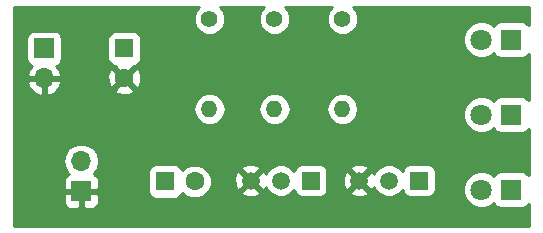
<source format=gbr>
G04 #@! TF.GenerationSoftware,KiCad,Pcbnew,(5.0.2)-1*
G04 #@! TF.CreationDate,2019-04-22T20:12:10-05:00*
G04 #@! TF.ProjectId,luz_audioritmica,6c757a5f-6175-4646-996f-7269746d6963,rev?*
G04 #@! TF.SameCoordinates,PX70bf868PY6c4a2b0*
G04 #@! TF.FileFunction,Copper,L1,Top*
G04 #@! TF.FilePolarity,Positive*
%FSLAX46Y46*%
G04 Gerber Fmt 4.6, Leading zero omitted, Abs format (unit mm)*
G04 Created by KiCad (PCBNEW (5.0.2)-1) date 4/22/2019 8:12:10 PM*
%MOMM*%
%LPD*%
G01*
G04 APERTURE LIST*
G04 #@! TA.AperFunction,ComponentPad*
%ADD10O,1.700000X1.700000*%
G04 #@! TD*
G04 #@! TA.AperFunction,ComponentPad*
%ADD11R,1.700000X1.700000*%
G04 #@! TD*
G04 #@! TA.AperFunction,ComponentPad*
%ADD12R,1.600000X1.600000*%
G04 #@! TD*
G04 #@! TA.AperFunction,ComponentPad*
%ADD13C,1.600000*%
G04 #@! TD*
G04 #@! TA.AperFunction,ComponentPad*
%ADD14R,1.800000X1.800000*%
G04 #@! TD*
G04 #@! TA.AperFunction,ComponentPad*
%ADD15C,1.800000*%
G04 #@! TD*
G04 #@! TA.AperFunction,ComponentPad*
%ADD16C,1.500000*%
G04 #@! TD*
G04 #@! TA.AperFunction,ComponentPad*
%ADD17R,1.500000X1.500000*%
G04 #@! TD*
G04 #@! TA.AperFunction,ComponentPad*
%ADD18C,1.400000*%
G04 #@! TD*
G04 #@! TA.AperFunction,ComponentPad*
%ADD19O,1.400000X1.400000*%
G04 #@! TD*
G04 #@! TA.AperFunction,Conductor*
%ADD20C,0.254000*%
G04 #@! TD*
G04 APERTURE END LIST*
D10*
G04 #@! TO.P,~,2*
G04 #@! TO.N,GNDREF*
X3250000Y13220000D03*
D11*
G04 #@! TO.P,~,1*
G04 #@! TO.N,VCC*
X3250000Y15760000D03*
G04 #@! TD*
D12*
G04 #@! TO.P,C1,1*
G04 #@! TO.N,Net-(C1-Pad1)*
X13500000Y4500000D03*
D13*
G04 #@! TO.P,C1,2*
G04 #@! TO.N,Net-(C1-Pad2)*
X16000000Y4500000D03*
G04 #@! TD*
D12*
G04 #@! TO.P,C2,1*
G04 #@! TO.N,VCC*
X10045000Y15760000D03*
D13*
G04 #@! TO.P,C2,2*
G04 #@! TO.N,GNDREF*
X10045000Y13260000D03*
G04 #@! TD*
D14*
G04 #@! TO.P,~,1*
G04 #@! TO.N,Net-(D1-Pad1)*
X42800000Y3810000D03*
D15*
G04 #@! TO.P,~,2*
G04 #@! TO.N,VCC*
X40260000Y3810000D03*
G04 #@! TD*
G04 #@! TO.P,~,2*
G04 #@! TO.N,VCC*
X40260000Y10160000D03*
D14*
G04 #@! TO.P,~,1*
G04 #@! TO.N,Net-(D1-Pad1)*
X42800000Y10160000D03*
G04 #@! TD*
G04 #@! TO.P,~,1*
G04 #@! TO.N,Net-(D1-Pad1)*
X42800000Y16510000D03*
D15*
G04 #@! TO.P,~,2*
G04 #@! TO.N,VCC*
X40260000Y16510000D03*
G04 #@! TD*
D11*
G04 #@! TO.P,M1,1*
G04 #@! TO.N,GNDREF*
X6382000Y3683000D03*
D10*
G04 #@! TO.P,M1,2*
G04 #@! TO.N,Net-(C1-Pad1)*
X6382000Y6223000D03*
G04 #@! TD*
D16*
G04 #@! TO.P,Q1,2*
G04 #@! TO.N,Net-(C1-Pad2)*
X23285000Y4580000D03*
G04 #@! TO.P,Q1,3*
G04 #@! TO.N,GNDREF*
X20745000Y4580000D03*
D17*
G04 #@! TO.P,Q1,1*
G04 #@! TO.N,Net-(Q1-Pad1)*
X25825000Y4580000D03*
G04 #@! TD*
G04 #@! TO.P,Q2,1*
G04 #@! TO.N,Net-(D1-Pad1)*
X35000000Y4580000D03*
D16*
G04 #@! TO.P,Q2,3*
G04 #@! TO.N,GNDREF*
X29920000Y4580000D03*
G04 #@! TO.P,Q2,2*
G04 #@! TO.N,Net-(Q1-Pad1)*
X32460000Y4580000D03*
G04 #@! TD*
D18*
G04 #@! TO.P,R1,1*
G04 #@! TO.N,VCC*
X17250000Y18250000D03*
D19*
G04 #@! TO.P,R1,2*
G04 #@! TO.N,Net-(C1-Pad1)*
X17250000Y10630000D03*
G04 #@! TD*
D18*
G04 #@! TO.P,R2,1*
G04 #@! TO.N,VCC*
X22750000Y18250000D03*
D19*
G04 #@! TO.P,R2,2*
G04 #@! TO.N,Net-(C1-Pad2)*
X22750000Y10630000D03*
G04 #@! TD*
G04 #@! TO.P,R3,2*
G04 #@! TO.N,Net-(Q1-Pad1)*
X28500000Y10630000D03*
D18*
G04 #@! TO.P,R3,1*
G04 #@! TO.N,VCC*
X28500000Y18250000D03*
G04 #@! TD*
D20*
G04 #@! TO.N,GNDREF*
G36*
X16118242Y19006217D02*
X15915000Y18515548D01*
X15915000Y17984452D01*
X16118242Y17493783D01*
X16493783Y17118242D01*
X16984452Y16915000D01*
X17515548Y16915000D01*
X18006217Y17118242D01*
X18381758Y17493783D01*
X18585000Y17984452D01*
X18585000Y18515548D01*
X18381758Y19006217D01*
X18122975Y19265000D01*
X21877025Y19265000D01*
X21618242Y19006217D01*
X21415000Y18515548D01*
X21415000Y17984452D01*
X21618242Y17493783D01*
X21993783Y17118242D01*
X22484452Y16915000D01*
X23015548Y16915000D01*
X23506217Y17118242D01*
X23881758Y17493783D01*
X24085000Y17984452D01*
X24085000Y18515548D01*
X23881758Y19006217D01*
X23622975Y19265000D01*
X27627025Y19265000D01*
X27368242Y19006217D01*
X27165000Y18515548D01*
X27165000Y17984452D01*
X27368242Y17493783D01*
X27743783Y17118242D01*
X28234452Y16915000D01*
X28765548Y16915000D01*
X29256217Y17118242D01*
X29631758Y17493783D01*
X29835000Y17984452D01*
X29835000Y18515548D01*
X29631758Y19006217D01*
X29372975Y19265000D01*
X44265000Y19265000D01*
X44265000Y17707387D01*
X44157809Y17867809D01*
X43947765Y18008157D01*
X43700000Y18057440D01*
X41900000Y18057440D01*
X41652235Y18008157D01*
X41442191Y17867809D01*
X41301843Y17657765D01*
X41298725Y17642092D01*
X41129507Y17811310D01*
X40565330Y18045000D01*
X39954670Y18045000D01*
X39390493Y17811310D01*
X38958690Y17379507D01*
X38725000Y16815330D01*
X38725000Y16204670D01*
X38958690Y15640493D01*
X39390493Y15208690D01*
X39954670Y14975000D01*
X40565330Y14975000D01*
X41129507Y15208690D01*
X41298725Y15377908D01*
X41301843Y15362235D01*
X41442191Y15152191D01*
X41652235Y15011843D01*
X41900000Y14962560D01*
X43700000Y14962560D01*
X43947765Y15011843D01*
X44157809Y15152191D01*
X44265000Y15312613D01*
X44265000Y11357387D01*
X44157809Y11517809D01*
X43947765Y11658157D01*
X43700000Y11707440D01*
X41900000Y11707440D01*
X41652235Y11658157D01*
X41442191Y11517809D01*
X41301843Y11307765D01*
X41298725Y11292092D01*
X41129507Y11461310D01*
X40565330Y11695000D01*
X39954670Y11695000D01*
X39390493Y11461310D01*
X38958690Y11029507D01*
X38725000Y10465330D01*
X38725000Y9854670D01*
X38958690Y9290493D01*
X39390493Y8858690D01*
X39954670Y8625000D01*
X40565330Y8625000D01*
X41129507Y8858690D01*
X41298725Y9027908D01*
X41301843Y9012235D01*
X41442191Y8802191D01*
X41652235Y8661843D01*
X41900000Y8612560D01*
X43700000Y8612560D01*
X43947765Y8661843D01*
X44157809Y8802191D01*
X44265001Y8962613D01*
X44265001Y5007386D01*
X44157809Y5167809D01*
X43947765Y5308157D01*
X43700000Y5357440D01*
X41900000Y5357440D01*
X41652235Y5308157D01*
X41442191Y5167809D01*
X41301843Y4957765D01*
X41298725Y4942092D01*
X41129507Y5111310D01*
X40565330Y5345000D01*
X39954670Y5345000D01*
X39390493Y5111310D01*
X38958690Y4679507D01*
X38725000Y4115330D01*
X38725000Y3504670D01*
X38958690Y2940493D01*
X39390493Y2508690D01*
X39954670Y2275000D01*
X40565330Y2275000D01*
X41129507Y2508690D01*
X41298725Y2677908D01*
X41301843Y2662235D01*
X41442191Y2452191D01*
X41652235Y2311843D01*
X41900000Y2262560D01*
X43700000Y2262560D01*
X43947765Y2311843D01*
X44157809Y2452191D01*
X44265001Y2612614D01*
X44265001Y735000D01*
X735000Y735000D01*
X735000Y3397250D01*
X4897000Y3397250D01*
X4897000Y2706690D01*
X4993673Y2473301D01*
X5172302Y2294673D01*
X5405691Y2198000D01*
X6096250Y2198000D01*
X6255000Y2356750D01*
X6255000Y3556000D01*
X6509000Y3556000D01*
X6509000Y2356750D01*
X6667750Y2198000D01*
X7358309Y2198000D01*
X7591698Y2294673D01*
X7770327Y2473301D01*
X7867000Y2706690D01*
X7867000Y3397250D01*
X7708250Y3556000D01*
X6509000Y3556000D01*
X6255000Y3556000D01*
X5055750Y3556000D01*
X4897000Y3397250D01*
X735000Y3397250D01*
X735000Y6223000D01*
X4867908Y6223000D01*
X4983161Y5643582D01*
X5311375Y5152375D01*
X5333033Y5137904D01*
X5172302Y5071327D01*
X4993673Y4892699D01*
X4897000Y4659310D01*
X4897000Y3968750D01*
X5055750Y3810000D01*
X6255000Y3810000D01*
X6255000Y3830000D01*
X6509000Y3830000D01*
X6509000Y3810000D01*
X7708250Y3810000D01*
X7867000Y3968750D01*
X7867000Y4659310D01*
X7770327Y4892699D01*
X7591698Y5071327D01*
X7430967Y5137904D01*
X7452625Y5152375D01*
X7551264Y5300000D01*
X12052560Y5300000D01*
X12052560Y3700000D01*
X12101843Y3452235D01*
X12242191Y3242191D01*
X12452235Y3101843D01*
X12700000Y3052560D01*
X14300000Y3052560D01*
X14547765Y3101843D01*
X14757809Y3242191D01*
X14898157Y3452235D01*
X14918101Y3552503D01*
X15187138Y3283466D01*
X15714561Y3065000D01*
X16285439Y3065000D01*
X16812862Y3283466D01*
X17137879Y3608483D01*
X19953088Y3608483D01*
X20021077Y3367540D01*
X20540171Y3182799D01*
X21090448Y3210770D01*
X21468923Y3367540D01*
X21536912Y3608483D01*
X20745000Y4400395D01*
X19953088Y3608483D01*
X17137879Y3608483D01*
X17216534Y3687138D01*
X17435000Y4214561D01*
X17435000Y4784829D01*
X19347799Y4784829D01*
X19375770Y4234552D01*
X19532540Y3856077D01*
X19773483Y3788088D01*
X20565395Y4580000D01*
X20924605Y4580000D01*
X21716517Y3788088D01*
X21957460Y3856077D01*
X22016745Y4022658D01*
X22110853Y3795460D01*
X22500460Y3405853D01*
X23009506Y3195000D01*
X23560494Y3195000D01*
X24069540Y3405853D01*
X24438531Y3774844D01*
X24476843Y3582235D01*
X24617191Y3372191D01*
X24827235Y3231843D01*
X25075000Y3182560D01*
X26575000Y3182560D01*
X26822765Y3231843D01*
X27032809Y3372191D01*
X27173157Y3582235D01*
X27178377Y3608483D01*
X29128088Y3608483D01*
X29196077Y3367540D01*
X29715171Y3182799D01*
X30265448Y3210770D01*
X30643923Y3367540D01*
X30711912Y3608483D01*
X29920000Y4400395D01*
X29128088Y3608483D01*
X27178377Y3608483D01*
X27222440Y3830000D01*
X27222440Y4784829D01*
X28522799Y4784829D01*
X28550770Y4234552D01*
X28707540Y3856077D01*
X28948483Y3788088D01*
X29740395Y4580000D01*
X30099605Y4580000D01*
X30891517Y3788088D01*
X31132460Y3856077D01*
X31191745Y4022658D01*
X31285853Y3795460D01*
X31675460Y3405853D01*
X32184506Y3195000D01*
X32735494Y3195000D01*
X33244540Y3405853D01*
X33613531Y3774844D01*
X33651843Y3582235D01*
X33792191Y3372191D01*
X34002235Y3231843D01*
X34250000Y3182560D01*
X35750000Y3182560D01*
X35997765Y3231843D01*
X36207809Y3372191D01*
X36348157Y3582235D01*
X36397440Y3830000D01*
X36397440Y5330000D01*
X36348157Y5577765D01*
X36207809Y5787809D01*
X35997765Y5928157D01*
X35750000Y5977440D01*
X34250000Y5977440D01*
X34002235Y5928157D01*
X33792191Y5787809D01*
X33651843Y5577765D01*
X33613531Y5385156D01*
X33244540Y5754147D01*
X32735494Y5965000D01*
X32184506Y5965000D01*
X31675460Y5754147D01*
X31285853Y5364540D01*
X31196603Y5149070D01*
X31132460Y5303923D01*
X30891517Y5371912D01*
X30099605Y4580000D01*
X29740395Y4580000D01*
X28948483Y5371912D01*
X28707540Y5303923D01*
X28522799Y4784829D01*
X27222440Y4784829D01*
X27222440Y5330000D01*
X27178378Y5551517D01*
X29128088Y5551517D01*
X29920000Y4759605D01*
X30711912Y5551517D01*
X30643923Y5792460D01*
X30124829Y5977201D01*
X29574552Y5949230D01*
X29196077Y5792460D01*
X29128088Y5551517D01*
X27178378Y5551517D01*
X27173157Y5577765D01*
X27032809Y5787809D01*
X26822765Y5928157D01*
X26575000Y5977440D01*
X25075000Y5977440D01*
X24827235Y5928157D01*
X24617191Y5787809D01*
X24476843Y5577765D01*
X24438531Y5385156D01*
X24069540Y5754147D01*
X23560494Y5965000D01*
X23009506Y5965000D01*
X22500460Y5754147D01*
X22110853Y5364540D01*
X22021603Y5149070D01*
X21957460Y5303923D01*
X21716517Y5371912D01*
X20924605Y4580000D01*
X20565395Y4580000D01*
X19773483Y5371912D01*
X19532540Y5303923D01*
X19347799Y4784829D01*
X17435000Y4784829D01*
X17435000Y4785439D01*
X17216534Y5312862D01*
X16977879Y5551517D01*
X19953088Y5551517D01*
X20745000Y4759605D01*
X21536912Y5551517D01*
X21468923Y5792460D01*
X20949829Y5977201D01*
X20399552Y5949230D01*
X20021077Y5792460D01*
X19953088Y5551517D01*
X16977879Y5551517D01*
X16812862Y5716534D01*
X16285439Y5935000D01*
X15714561Y5935000D01*
X15187138Y5716534D01*
X14918101Y5447497D01*
X14898157Y5547765D01*
X14757809Y5757809D01*
X14547765Y5898157D01*
X14300000Y5947440D01*
X12700000Y5947440D01*
X12452235Y5898157D01*
X12242191Y5757809D01*
X12101843Y5547765D01*
X12052560Y5300000D01*
X7551264Y5300000D01*
X7780839Y5643582D01*
X7896092Y6223000D01*
X7780839Y6802418D01*
X7452625Y7293625D01*
X6961418Y7621839D01*
X6528256Y7708000D01*
X6235744Y7708000D01*
X5802582Y7621839D01*
X5311375Y7293625D01*
X4983161Y6802418D01*
X4867908Y6223000D01*
X735000Y6223000D01*
X735000Y10630000D01*
X15888846Y10630000D01*
X15992458Y10109109D01*
X16287519Y9667519D01*
X16729109Y9372458D01*
X17118515Y9295000D01*
X17381485Y9295000D01*
X17770891Y9372458D01*
X18212481Y9667519D01*
X18507542Y10109109D01*
X18611154Y10630000D01*
X21388846Y10630000D01*
X21492458Y10109109D01*
X21787519Y9667519D01*
X22229109Y9372458D01*
X22618515Y9295000D01*
X22881485Y9295000D01*
X23270891Y9372458D01*
X23712481Y9667519D01*
X24007542Y10109109D01*
X24111154Y10630000D01*
X27138846Y10630000D01*
X27242458Y10109109D01*
X27537519Y9667519D01*
X27979109Y9372458D01*
X28368515Y9295000D01*
X28631485Y9295000D01*
X29020891Y9372458D01*
X29462481Y9667519D01*
X29757542Y10109109D01*
X29861154Y10630000D01*
X29757542Y11150891D01*
X29462481Y11592481D01*
X29020891Y11887542D01*
X28631485Y11965000D01*
X28368515Y11965000D01*
X27979109Y11887542D01*
X27537519Y11592481D01*
X27242458Y11150891D01*
X27138846Y10630000D01*
X24111154Y10630000D01*
X24007542Y11150891D01*
X23712481Y11592481D01*
X23270891Y11887542D01*
X22881485Y11965000D01*
X22618515Y11965000D01*
X22229109Y11887542D01*
X21787519Y11592481D01*
X21492458Y11150891D01*
X21388846Y10630000D01*
X18611154Y10630000D01*
X18507542Y11150891D01*
X18212481Y11592481D01*
X17770891Y11887542D01*
X17381485Y11965000D01*
X17118515Y11965000D01*
X16729109Y11887542D01*
X16287519Y11592481D01*
X15992458Y11150891D01*
X15888846Y10630000D01*
X735000Y10630000D01*
X735000Y12863110D01*
X1808524Y12863110D01*
X1978355Y12453076D01*
X2368642Y12024817D01*
X2893108Y11778514D01*
X3123000Y11899181D01*
X3123000Y13093000D01*
X3377000Y13093000D01*
X3377000Y11899181D01*
X3606892Y11778514D01*
X4131358Y12024817D01*
X4338629Y12252255D01*
X9216861Y12252255D01*
X9290995Y12006136D01*
X9828223Y11813035D01*
X10398454Y11840222D01*
X10799005Y12006136D01*
X10873139Y12252255D01*
X10045000Y13080395D01*
X9216861Y12252255D01*
X4338629Y12252255D01*
X4521645Y12453076D01*
X4691476Y12863110D01*
X4570155Y13093000D01*
X3377000Y13093000D01*
X3123000Y13093000D01*
X1929845Y13093000D01*
X1808524Y12863110D01*
X735000Y12863110D01*
X735000Y16610000D01*
X1752560Y16610000D01*
X1752560Y14910000D01*
X1801843Y14662235D01*
X1942191Y14452191D01*
X2152235Y14311843D01*
X2255708Y14291261D01*
X1978355Y13986924D01*
X1808524Y13576890D01*
X1929845Y13347000D01*
X3123000Y13347000D01*
X3123000Y13367000D01*
X3377000Y13367000D01*
X3377000Y13347000D01*
X4570155Y13347000D01*
X4638642Y13476777D01*
X8598035Y13476777D01*
X8625222Y12906546D01*
X8791136Y12505995D01*
X9037255Y12431861D01*
X9865395Y13260000D01*
X10224605Y13260000D01*
X11052745Y12431861D01*
X11298864Y12505995D01*
X11491965Y13043223D01*
X11464778Y13613454D01*
X11298864Y14014005D01*
X11052745Y14088139D01*
X10224605Y13260000D01*
X9865395Y13260000D01*
X9037255Y14088139D01*
X8791136Y14014005D01*
X8598035Y13476777D01*
X4638642Y13476777D01*
X4691476Y13576890D01*
X4521645Y13986924D01*
X4244292Y14291261D01*
X4347765Y14311843D01*
X4557809Y14452191D01*
X4698157Y14662235D01*
X4747440Y14910000D01*
X4747440Y16560000D01*
X8597560Y16560000D01*
X8597560Y14960000D01*
X8646843Y14712235D01*
X8787191Y14502191D01*
X8997235Y14361843D01*
X9231187Y14315307D01*
X9216861Y14267745D01*
X10045000Y13439605D01*
X10873139Y14267745D01*
X10858813Y14315307D01*
X11092765Y14361843D01*
X11302809Y14502191D01*
X11443157Y14712235D01*
X11492440Y14960000D01*
X11492440Y16560000D01*
X11443157Y16807765D01*
X11302809Y17017809D01*
X11092765Y17158157D01*
X10845000Y17207440D01*
X9245000Y17207440D01*
X8997235Y17158157D01*
X8787191Y17017809D01*
X8646843Y16807765D01*
X8597560Y16560000D01*
X4747440Y16560000D01*
X4747440Y16610000D01*
X4698157Y16857765D01*
X4557809Y17067809D01*
X4347765Y17208157D01*
X4100000Y17257440D01*
X2400000Y17257440D01*
X2152235Y17208157D01*
X1942191Y17067809D01*
X1801843Y16857765D01*
X1752560Y16610000D01*
X735000Y16610000D01*
X735000Y19265000D01*
X16377025Y19265000D01*
X16118242Y19006217D01*
X16118242Y19006217D01*
G37*
X16118242Y19006217D02*
X15915000Y18515548D01*
X15915000Y17984452D01*
X16118242Y17493783D01*
X16493783Y17118242D01*
X16984452Y16915000D01*
X17515548Y16915000D01*
X18006217Y17118242D01*
X18381758Y17493783D01*
X18585000Y17984452D01*
X18585000Y18515548D01*
X18381758Y19006217D01*
X18122975Y19265000D01*
X21877025Y19265000D01*
X21618242Y19006217D01*
X21415000Y18515548D01*
X21415000Y17984452D01*
X21618242Y17493783D01*
X21993783Y17118242D01*
X22484452Y16915000D01*
X23015548Y16915000D01*
X23506217Y17118242D01*
X23881758Y17493783D01*
X24085000Y17984452D01*
X24085000Y18515548D01*
X23881758Y19006217D01*
X23622975Y19265000D01*
X27627025Y19265000D01*
X27368242Y19006217D01*
X27165000Y18515548D01*
X27165000Y17984452D01*
X27368242Y17493783D01*
X27743783Y17118242D01*
X28234452Y16915000D01*
X28765548Y16915000D01*
X29256217Y17118242D01*
X29631758Y17493783D01*
X29835000Y17984452D01*
X29835000Y18515548D01*
X29631758Y19006217D01*
X29372975Y19265000D01*
X44265000Y19265000D01*
X44265000Y17707387D01*
X44157809Y17867809D01*
X43947765Y18008157D01*
X43700000Y18057440D01*
X41900000Y18057440D01*
X41652235Y18008157D01*
X41442191Y17867809D01*
X41301843Y17657765D01*
X41298725Y17642092D01*
X41129507Y17811310D01*
X40565330Y18045000D01*
X39954670Y18045000D01*
X39390493Y17811310D01*
X38958690Y17379507D01*
X38725000Y16815330D01*
X38725000Y16204670D01*
X38958690Y15640493D01*
X39390493Y15208690D01*
X39954670Y14975000D01*
X40565330Y14975000D01*
X41129507Y15208690D01*
X41298725Y15377908D01*
X41301843Y15362235D01*
X41442191Y15152191D01*
X41652235Y15011843D01*
X41900000Y14962560D01*
X43700000Y14962560D01*
X43947765Y15011843D01*
X44157809Y15152191D01*
X44265000Y15312613D01*
X44265000Y11357387D01*
X44157809Y11517809D01*
X43947765Y11658157D01*
X43700000Y11707440D01*
X41900000Y11707440D01*
X41652235Y11658157D01*
X41442191Y11517809D01*
X41301843Y11307765D01*
X41298725Y11292092D01*
X41129507Y11461310D01*
X40565330Y11695000D01*
X39954670Y11695000D01*
X39390493Y11461310D01*
X38958690Y11029507D01*
X38725000Y10465330D01*
X38725000Y9854670D01*
X38958690Y9290493D01*
X39390493Y8858690D01*
X39954670Y8625000D01*
X40565330Y8625000D01*
X41129507Y8858690D01*
X41298725Y9027908D01*
X41301843Y9012235D01*
X41442191Y8802191D01*
X41652235Y8661843D01*
X41900000Y8612560D01*
X43700000Y8612560D01*
X43947765Y8661843D01*
X44157809Y8802191D01*
X44265001Y8962613D01*
X44265001Y5007386D01*
X44157809Y5167809D01*
X43947765Y5308157D01*
X43700000Y5357440D01*
X41900000Y5357440D01*
X41652235Y5308157D01*
X41442191Y5167809D01*
X41301843Y4957765D01*
X41298725Y4942092D01*
X41129507Y5111310D01*
X40565330Y5345000D01*
X39954670Y5345000D01*
X39390493Y5111310D01*
X38958690Y4679507D01*
X38725000Y4115330D01*
X38725000Y3504670D01*
X38958690Y2940493D01*
X39390493Y2508690D01*
X39954670Y2275000D01*
X40565330Y2275000D01*
X41129507Y2508690D01*
X41298725Y2677908D01*
X41301843Y2662235D01*
X41442191Y2452191D01*
X41652235Y2311843D01*
X41900000Y2262560D01*
X43700000Y2262560D01*
X43947765Y2311843D01*
X44157809Y2452191D01*
X44265001Y2612614D01*
X44265001Y735000D01*
X735000Y735000D01*
X735000Y3397250D01*
X4897000Y3397250D01*
X4897000Y2706690D01*
X4993673Y2473301D01*
X5172302Y2294673D01*
X5405691Y2198000D01*
X6096250Y2198000D01*
X6255000Y2356750D01*
X6255000Y3556000D01*
X6509000Y3556000D01*
X6509000Y2356750D01*
X6667750Y2198000D01*
X7358309Y2198000D01*
X7591698Y2294673D01*
X7770327Y2473301D01*
X7867000Y2706690D01*
X7867000Y3397250D01*
X7708250Y3556000D01*
X6509000Y3556000D01*
X6255000Y3556000D01*
X5055750Y3556000D01*
X4897000Y3397250D01*
X735000Y3397250D01*
X735000Y6223000D01*
X4867908Y6223000D01*
X4983161Y5643582D01*
X5311375Y5152375D01*
X5333033Y5137904D01*
X5172302Y5071327D01*
X4993673Y4892699D01*
X4897000Y4659310D01*
X4897000Y3968750D01*
X5055750Y3810000D01*
X6255000Y3810000D01*
X6255000Y3830000D01*
X6509000Y3830000D01*
X6509000Y3810000D01*
X7708250Y3810000D01*
X7867000Y3968750D01*
X7867000Y4659310D01*
X7770327Y4892699D01*
X7591698Y5071327D01*
X7430967Y5137904D01*
X7452625Y5152375D01*
X7551264Y5300000D01*
X12052560Y5300000D01*
X12052560Y3700000D01*
X12101843Y3452235D01*
X12242191Y3242191D01*
X12452235Y3101843D01*
X12700000Y3052560D01*
X14300000Y3052560D01*
X14547765Y3101843D01*
X14757809Y3242191D01*
X14898157Y3452235D01*
X14918101Y3552503D01*
X15187138Y3283466D01*
X15714561Y3065000D01*
X16285439Y3065000D01*
X16812862Y3283466D01*
X17137879Y3608483D01*
X19953088Y3608483D01*
X20021077Y3367540D01*
X20540171Y3182799D01*
X21090448Y3210770D01*
X21468923Y3367540D01*
X21536912Y3608483D01*
X20745000Y4400395D01*
X19953088Y3608483D01*
X17137879Y3608483D01*
X17216534Y3687138D01*
X17435000Y4214561D01*
X17435000Y4784829D01*
X19347799Y4784829D01*
X19375770Y4234552D01*
X19532540Y3856077D01*
X19773483Y3788088D01*
X20565395Y4580000D01*
X20924605Y4580000D01*
X21716517Y3788088D01*
X21957460Y3856077D01*
X22016745Y4022658D01*
X22110853Y3795460D01*
X22500460Y3405853D01*
X23009506Y3195000D01*
X23560494Y3195000D01*
X24069540Y3405853D01*
X24438531Y3774844D01*
X24476843Y3582235D01*
X24617191Y3372191D01*
X24827235Y3231843D01*
X25075000Y3182560D01*
X26575000Y3182560D01*
X26822765Y3231843D01*
X27032809Y3372191D01*
X27173157Y3582235D01*
X27178377Y3608483D01*
X29128088Y3608483D01*
X29196077Y3367540D01*
X29715171Y3182799D01*
X30265448Y3210770D01*
X30643923Y3367540D01*
X30711912Y3608483D01*
X29920000Y4400395D01*
X29128088Y3608483D01*
X27178377Y3608483D01*
X27222440Y3830000D01*
X27222440Y4784829D01*
X28522799Y4784829D01*
X28550770Y4234552D01*
X28707540Y3856077D01*
X28948483Y3788088D01*
X29740395Y4580000D01*
X30099605Y4580000D01*
X30891517Y3788088D01*
X31132460Y3856077D01*
X31191745Y4022658D01*
X31285853Y3795460D01*
X31675460Y3405853D01*
X32184506Y3195000D01*
X32735494Y3195000D01*
X33244540Y3405853D01*
X33613531Y3774844D01*
X33651843Y3582235D01*
X33792191Y3372191D01*
X34002235Y3231843D01*
X34250000Y3182560D01*
X35750000Y3182560D01*
X35997765Y3231843D01*
X36207809Y3372191D01*
X36348157Y3582235D01*
X36397440Y3830000D01*
X36397440Y5330000D01*
X36348157Y5577765D01*
X36207809Y5787809D01*
X35997765Y5928157D01*
X35750000Y5977440D01*
X34250000Y5977440D01*
X34002235Y5928157D01*
X33792191Y5787809D01*
X33651843Y5577765D01*
X33613531Y5385156D01*
X33244540Y5754147D01*
X32735494Y5965000D01*
X32184506Y5965000D01*
X31675460Y5754147D01*
X31285853Y5364540D01*
X31196603Y5149070D01*
X31132460Y5303923D01*
X30891517Y5371912D01*
X30099605Y4580000D01*
X29740395Y4580000D01*
X28948483Y5371912D01*
X28707540Y5303923D01*
X28522799Y4784829D01*
X27222440Y4784829D01*
X27222440Y5330000D01*
X27178378Y5551517D01*
X29128088Y5551517D01*
X29920000Y4759605D01*
X30711912Y5551517D01*
X30643923Y5792460D01*
X30124829Y5977201D01*
X29574552Y5949230D01*
X29196077Y5792460D01*
X29128088Y5551517D01*
X27178378Y5551517D01*
X27173157Y5577765D01*
X27032809Y5787809D01*
X26822765Y5928157D01*
X26575000Y5977440D01*
X25075000Y5977440D01*
X24827235Y5928157D01*
X24617191Y5787809D01*
X24476843Y5577765D01*
X24438531Y5385156D01*
X24069540Y5754147D01*
X23560494Y5965000D01*
X23009506Y5965000D01*
X22500460Y5754147D01*
X22110853Y5364540D01*
X22021603Y5149070D01*
X21957460Y5303923D01*
X21716517Y5371912D01*
X20924605Y4580000D01*
X20565395Y4580000D01*
X19773483Y5371912D01*
X19532540Y5303923D01*
X19347799Y4784829D01*
X17435000Y4784829D01*
X17435000Y4785439D01*
X17216534Y5312862D01*
X16977879Y5551517D01*
X19953088Y5551517D01*
X20745000Y4759605D01*
X21536912Y5551517D01*
X21468923Y5792460D01*
X20949829Y5977201D01*
X20399552Y5949230D01*
X20021077Y5792460D01*
X19953088Y5551517D01*
X16977879Y5551517D01*
X16812862Y5716534D01*
X16285439Y5935000D01*
X15714561Y5935000D01*
X15187138Y5716534D01*
X14918101Y5447497D01*
X14898157Y5547765D01*
X14757809Y5757809D01*
X14547765Y5898157D01*
X14300000Y5947440D01*
X12700000Y5947440D01*
X12452235Y5898157D01*
X12242191Y5757809D01*
X12101843Y5547765D01*
X12052560Y5300000D01*
X7551264Y5300000D01*
X7780839Y5643582D01*
X7896092Y6223000D01*
X7780839Y6802418D01*
X7452625Y7293625D01*
X6961418Y7621839D01*
X6528256Y7708000D01*
X6235744Y7708000D01*
X5802582Y7621839D01*
X5311375Y7293625D01*
X4983161Y6802418D01*
X4867908Y6223000D01*
X735000Y6223000D01*
X735000Y10630000D01*
X15888846Y10630000D01*
X15992458Y10109109D01*
X16287519Y9667519D01*
X16729109Y9372458D01*
X17118515Y9295000D01*
X17381485Y9295000D01*
X17770891Y9372458D01*
X18212481Y9667519D01*
X18507542Y10109109D01*
X18611154Y10630000D01*
X21388846Y10630000D01*
X21492458Y10109109D01*
X21787519Y9667519D01*
X22229109Y9372458D01*
X22618515Y9295000D01*
X22881485Y9295000D01*
X23270891Y9372458D01*
X23712481Y9667519D01*
X24007542Y10109109D01*
X24111154Y10630000D01*
X27138846Y10630000D01*
X27242458Y10109109D01*
X27537519Y9667519D01*
X27979109Y9372458D01*
X28368515Y9295000D01*
X28631485Y9295000D01*
X29020891Y9372458D01*
X29462481Y9667519D01*
X29757542Y10109109D01*
X29861154Y10630000D01*
X29757542Y11150891D01*
X29462481Y11592481D01*
X29020891Y11887542D01*
X28631485Y11965000D01*
X28368515Y11965000D01*
X27979109Y11887542D01*
X27537519Y11592481D01*
X27242458Y11150891D01*
X27138846Y10630000D01*
X24111154Y10630000D01*
X24007542Y11150891D01*
X23712481Y11592481D01*
X23270891Y11887542D01*
X22881485Y11965000D01*
X22618515Y11965000D01*
X22229109Y11887542D01*
X21787519Y11592481D01*
X21492458Y11150891D01*
X21388846Y10630000D01*
X18611154Y10630000D01*
X18507542Y11150891D01*
X18212481Y11592481D01*
X17770891Y11887542D01*
X17381485Y11965000D01*
X17118515Y11965000D01*
X16729109Y11887542D01*
X16287519Y11592481D01*
X15992458Y11150891D01*
X15888846Y10630000D01*
X735000Y10630000D01*
X735000Y12863110D01*
X1808524Y12863110D01*
X1978355Y12453076D01*
X2368642Y12024817D01*
X2893108Y11778514D01*
X3123000Y11899181D01*
X3123000Y13093000D01*
X3377000Y13093000D01*
X3377000Y11899181D01*
X3606892Y11778514D01*
X4131358Y12024817D01*
X4338629Y12252255D01*
X9216861Y12252255D01*
X9290995Y12006136D01*
X9828223Y11813035D01*
X10398454Y11840222D01*
X10799005Y12006136D01*
X10873139Y12252255D01*
X10045000Y13080395D01*
X9216861Y12252255D01*
X4338629Y12252255D01*
X4521645Y12453076D01*
X4691476Y12863110D01*
X4570155Y13093000D01*
X3377000Y13093000D01*
X3123000Y13093000D01*
X1929845Y13093000D01*
X1808524Y12863110D01*
X735000Y12863110D01*
X735000Y16610000D01*
X1752560Y16610000D01*
X1752560Y14910000D01*
X1801843Y14662235D01*
X1942191Y14452191D01*
X2152235Y14311843D01*
X2255708Y14291261D01*
X1978355Y13986924D01*
X1808524Y13576890D01*
X1929845Y13347000D01*
X3123000Y13347000D01*
X3123000Y13367000D01*
X3377000Y13367000D01*
X3377000Y13347000D01*
X4570155Y13347000D01*
X4638642Y13476777D01*
X8598035Y13476777D01*
X8625222Y12906546D01*
X8791136Y12505995D01*
X9037255Y12431861D01*
X9865395Y13260000D01*
X10224605Y13260000D01*
X11052745Y12431861D01*
X11298864Y12505995D01*
X11491965Y13043223D01*
X11464778Y13613454D01*
X11298864Y14014005D01*
X11052745Y14088139D01*
X10224605Y13260000D01*
X9865395Y13260000D01*
X9037255Y14088139D01*
X8791136Y14014005D01*
X8598035Y13476777D01*
X4638642Y13476777D01*
X4691476Y13576890D01*
X4521645Y13986924D01*
X4244292Y14291261D01*
X4347765Y14311843D01*
X4557809Y14452191D01*
X4698157Y14662235D01*
X4747440Y14910000D01*
X4747440Y16560000D01*
X8597560Y16560000D01*
X8597560Y14960000D01*
X8646843Y14712235D01*
X8787191Y14502191D01*
X8997235Y14361843D01*
X9231187Y14315307D01*
X9216861Y14267745D01*
X10045000Y13439605D01*
X10873139Y14267745D01*
X10858813Y14315307D01*
X11092765Y14361843D01*
X11302809Y14502191D01*
X11443157Y14712235D01*
X11492440Y14960000D01*
X11492440Y16560000D01*
X11443157Y16807765D01*
X11302809Y17017809D01*
X11092765Y17158157D01*
X10845000Y17207440D01*
X9245000Y17207440D01*
X8997235Y17158157D01*
X8787191Y17017809D01*
X8646843Y16807765D01*
X8597560Y16560000D01*
X4747440Y16560000D01*
X4747440Y16610000D01*
X4698157Y16857765D01*
X4557809Y17067809D01*
X4347765Y17208157D01*
X4100000Y17257440D01*
X2400000Y17257440D01*
X2152235Y17208157D01*
X1942191Y17067809D01*
X1801843Y16857765D01*
X1752560Y16610000D01*
X735000Y16610000D01*
X735000Y19265000D01*
X16377025Y19265000D01*
X16118242Y19006217D01*
G04 #@! TD*
M02*

</source>
